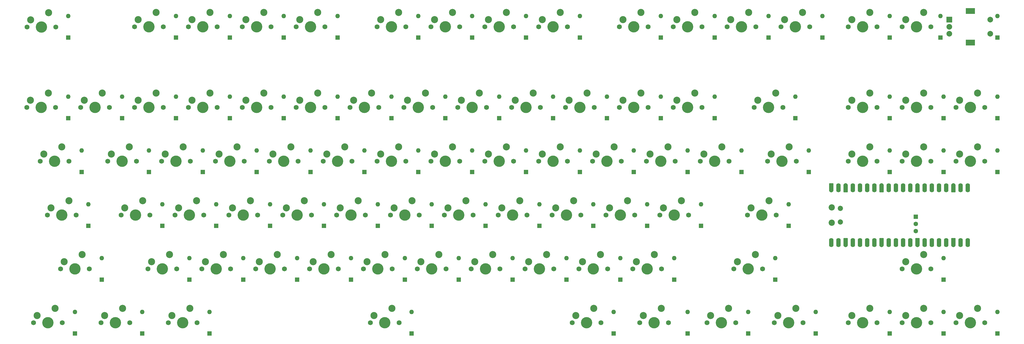
<source format=gbr>
%TF.GenerationSoftware,KiCad,Pcbnew,9.0.6*%
%TF.CreationDate,2025-12-11T01:20:01-06:00*%
%TF.ProjectId,KeyboardPCB,4b657962-6f61-4726-9450-43422e6b6963,rev?*%
%TF.SameCoordinates,Original*%
%TF.FileFunction,Soldermask,Bot*%
%TF.FilePolarity,Negative*%
%FSLAX46Y46*%
G04 Gerber Fmt 4.6, Leading zero omitted, Abs format (unit mm)*
G04 Created by KiCad (PCBNEW 9.0.6) date 2025-12-11 01:20:01*
%MOMM*%
%LPD*%
G01*
G04 APERTURE LIST*
G04 Aperture macros list*
%AMRoundRect*
0 Rectangle with rounded corners*
0 $1 Rounding radius*
0 $2 $3 $4 $5 $6 $7 $8 $9 X,Y pos of 4 corners*
0 Add a 4 corners polygon primitive as box body*
4,1,4,$2,$3,$4,$5,$6,$7,$8,$9,$2,$3,0*
0 Add four circle primitives for the rounded corners*
1,1,$1+$1,$2,$3*
1,1,$1+$1,$4,$5*
1,1,$1+$1,$6,$7*
1,1,$1+$1,$8,$9*
0 Add four rect primitives between the rounded corners*
20,1,$1+$1,$2,$3,$4,$5,0*
20,1,$1+$1,$4,$5,$6,$7,0*
20,1,$1+$1,$6,$7,$8,$9,0*
20,1,$1+$1,$8,$9,$2,$3,0*%
%AMFreePoly0*
4,1,37,0.800000,0.796148,0.878414,0.796148,1.032228,0.765552,1.177117,0.705537,1.307515,0.618408,1.418408,0.507515,1.505537,0.377117,1.565552,0.232228,1.596148,0.078414,1.596148,-0.078414,1.565552,-0.232228,1.505537,-0.377117,1.418408,-0.507515,1.307515,-0.618408,1.177117,-0.705537,1.032228,-0.765552,0.878414,-0.796148,0.800000,-0.796148,0.800000,-0.800000,-1.400000,-0.800000,
-1.403843,-0.796157,-1.439018,-0.796157,-1.511114,-0.766294,-1.566294,-0.711114,-1.596157,-0.639018,-1.596157,-0.603843,-1.600000,-0.600000,-1.600000,0.600000,-1.596157,0.603843,-1.596157,0.639018,-1.566294,0.711114,-1.511114,0.766294,-1.439018,0.796157,-1.403843,0.796157,-1.400000,0.800000,0.800000,0.800000,0.800000,0.796148,0.800000,0.796148,$1*%
%AMFreePoly1*
4,1,37,1.403843,0.796157,1.439018,0.796157,1.511114,0.766294,1.566294,0.711114,1.596157,0.639018,1.596157,0.603843,1.600000,0.600000,1.600000,-0.600000,1.596157,-0.603843,1.596157,-0.639018,1.566294,-0.711114,1.511114,-0.766294,1.439018,-0.796157,1.403843,-0.796157,1.400000,-0.800000,-0.800000,-0.800000,-0.800000,-0.796148,-0.878414,-0.796148,-1.032228,-0.765552,-1.177117,-0.705537,
-1.307515,-0.618408,-1.418408,-0.507515,-1.505537,-0.377117,-1.565552,-0.232228,-1.596148,-0.078414,-1.596148,0.078414,-1.565552,0.232228,-1.505537,0.377117,-1.418408,0.507515,-1.307515,0.618408,-1.177117,0.705537,-1.032228,0.765552,-0.878414,0.796148,-0.800000,0.796148,-0.800000,0.800000,1.400000,0.800000,1.403843,0.796157,1.403843,0.796157,$1*%
G04 Aperture macros list end*
%ADD10C,1.750000*%
%ADD11C,4.000000*%
%ADD12C,2.500000*%
%ADD13R,2.000000X2.000000*%
%ADD14C,2.000000*%
%ADD15R,3.200000X2.000000*%
%ADD16R,1.600000X1.600000*%
%ADD17O,1.600000X1.600000*%
%ADD18C,2.200000*%
%ADD19C,1.850000*%
%ADD20FreePoly0,270.000000*%
%ADD21RoundRect,0.800000X-0.000010X0.800000X-0.000010X-0.800000X0.000010X-0.800000X0.000010X0.800000X0*%
%ADD22FreePoly1,270.000000*%
%ADD23RoundRect,0.200000X-0.600000X0.600000X-0.600000X-0.600000X0.600000X-0.600000X0.600000X0.600000X0*%
%ADD24C,1.600000*%
G04 APERTURE END LIST*
D10*
%TO.C,S19*%
X67945000Y-63500000D03*
D11*
X73025000Y-63500000D03*
D10*
X78105000Y-63500000D03*
D12*
X69215000Y-60960000D03*
X75565000Y-58420000D03*
%TD*%
D10*
%TO.C,S26*%
X201295000Y-63500000D03*
D11*
X206375000Y-63500000D03*
D10*
X211455000Y-63500000D03*
D12*
X202565000Y-60960000D03*
X208915000Y-58420000D03*
%TD*%
D10*
%TO.C,S50*%
X358457500Y-82550000D03*
D11*
X363537500Y-82550000D03*
D10*
X368617500Y-82550000D03*
D12*
X359727500Y-80010000D03*
X366077500Y-77470000D03*
%TD*%
D10*
%TO.C,S18*%
X48895000Y-63500000D03*
D11*
X53975000Y-63500000D03*
D10*
X59055000Y-63500000D03*
D12*
X50165000Y-60960000D03*
X56515000Y-58420000D03*
%TD*%
D10*
%TO.C,S20*%
X86995000Y-63500000D03*
D11*
X92075000Y-63500000D03*
D10*
X97155000Y-63500000D03*
D12*
X88265000Y-60960000D03*
X94615000Y-58420000D03*
%TD*%
D10*
%TO.C,S31*%
X320357500Y-63500000D03*
D11*
X325437500Y-63500000D03*
D10*
X330517500Y-63500000D03*
D12*
X321627500Y-60960000D03*
X327977500Y-58420000D03*
%TD*%
D10*
%TO.C,S12*%
X277495000Y-34925000D03*
D11*
X282575000Y-34925000D03*
D10*
X287655000Y-34925000D03*
D12*
X278765000Y-32385000D03*
X285115000Y-29845000D03*
%TD*%
D10*
%TO.C,S11*%
X258445000Y-34925000D03*
D11*
X263525000Y-34925000D03*
D10*
X268605000Y-34925000D03*
D12*
X259715000Y-32385000D03*
X266065000Y-29845000D03*
%TD*%
D10*
%TO.C,S34*%
X34607500Y-82550000D03*
D11*
X39687500Y-82550000D03*
D10*
X44767500Y-82550000D03*
D12*
X35877500Y-80010000D03*
X42227500Y-77470000D03*
%TD*%
D10*
%TO.C,S65*%
X72707500Y-120650000D03*
D11*
X77787500Y-120650000D03*
D10*
X82867500Y-120650000D03*
D12*
X73977500Y-118110000D03*
X80327500Y-115570000D03*
%TD*%
D10*
%TO.C,S84*%
X294163750Y-139700000D03*
D11*
X299243750Y-139700000D03*
D10*
X304323750Y-139700000D03*
D12*
X295433750Y-137160000D03*
X301783750Y-134620000D03*
%TD*%
D10*
%TO.C,S38*%
X115570000Y-82550000D03*
D11*
X120650000Y-82550000D03*
D10*
X125730000Y-82550000D03*
D12*
X116840000Y-80010000D03*
X123190000Y-77470000D03*
%TD*%
D10*
%TO.C,S56*%
X139382500Y-101600000D03*
D11*
X144462500Y-101600000D03*
D10*
X149542500Y-101600000D03*
D12*
X140652500Y-99060000D03*
X147002500Y-96520000D03*
%TD*%
D10*
%TO.C,S3*%
X86995000Y-34925000D03*
D11*
X92075000Y-34925000D03*
D10*
X97155000Y-34925000D03*
D12*
X88265000Y-32385000D03*
X94615000Y-29845000D03*
%TD*%
D10*
%TO.C,S5*%
X125095000Y-34925000D03*
D11*
X130175000Y-34925000D03*
D10*
X135255000Y-34925000D03*
D12*
X126365000Y-32385000D03*
X132715000Y-29845000D03*
%TD*%
D10*
%TO.C,S75*%
X279876250Y-120650000D03*
D11*
X284956250Y-120650000D03*
D10*
X290036250Y-120650000D03*
D12*
X281146250Y-118110000D03*
X287496250Y-115570000D03*
%TD*%
D10*
%TO.C,S43*%
X210820000Y-82550000D03*
D11*
X215900000Y-82550000D03*
D10*
X220980000Y-82550000D03*
D12*
X212090000Y-80010000D03*
X218440000Y-77470000D03*
%TD*%
D10*
%TO.C,S69*%
X148907500Y-120650000D03*
D11*
X153987500Y-120650000D03*
D10*
X159067500Y-120650000D03*
D12*
X150177500Y-118110000D03*
X156527500Y-115570000D03*
%TD*%
D10*
%TO.C,S40*%
X153670000Y-82550000D03*
D11*
X158750000Y-82550000D03*
D10*
X163830000Y-82550000D03*
D12*
X154940000Y-80010000D03*
X161290000Y-77470000D03*
%TD*%
D10*
%TO.C,S87*%
X358457500Y-139700000D03*
D11*
X363537500Y-139700000D03*
D10*
X368617500Y-139700000D03*
D12*
X359727500Y-137160000D03*
X366077500Y-134620000D03*
%TD*%
D10*
%TO.C,S60*%
X215582500Y-101600000D03*
D11*
X220662500Y-101600000D03*
D10*
X225742500Y-101600000D03*
D12*
X216852500Y-99060000D03*
X223202500Y-96520000D03*
%TD*%
D10*
%TO.C,S67*%
X110807500Y-120650000D03*
D11*
X115887500Y-120650000D03*
D10*
X120967500Y-120650000D03*
D12*
X112077500Y-118110000D03*
X118427500Y-115570000D03*
%TD*%
D10*
%TO.C,S41*%
X172720000Y-82550000D03*
D11*
X177800000Y-82550000D03*
D10*
X182880000Y-82550000D03*
D12*
X173990000Y-80010000D03*
X180340000Y-77470000D03*
%TD*%
D10*
%TO.C,S59*%
X196532500Y-101600000D03*
D11*
X201612500Y-101600000D03*
D10*
X206692500Y-101600000D03*
D12*
X197802500Y-99060000D03*
X204152500Y-96520000D03*
%TD*%
D10*
%TO.C,S35*%
X58420000Y-82550000D03*
D11*
X63500000Y-82550000D03*
D10*
X68580000Y-82550000D03*
D12*
X59690000Y-80010000D03*
X66040000Y-77470000D03*
%TD*%
D10*
%TO.C,S22*%
X125095000Y-63500000D03*
D11*
X130175000Y-63500000D03*
D10*
X135255000Y-63500000D03*
D12*
X126365000Y-60960000D03*
X132715000Y-58420000D03*
%TD*%
D10*
%TO.C,S64*%
X41751250Y-120650000D03*
D11*
X46831250Y-120650000D03*
D10*
X51911250Y-120650000D03*
D12*
X43021250Y-118110000D03*
X49371250Y-115570000D03*
%TD*%
D10*
%TO.C,S1*%
X29955000Y-34990000D03*
D11*
X35035000Y-34990000D03*
D10*
X40115000Y-34990000D03*
D12*
X31225000Y-32450000D03*
X37575000Y-29910000D03*
%TD*%
D10*
%TO.C,S8*%
X191770000Y-34925000D03*
D11*
X196850000Y-34925000D03*
D10*
X201930000Y-34925000D03*
D12*
X193040000Y-32385000D03*
X199390000Y-29845000D03*
%TD*%
D10*
%TO.C,S73*%
X225107500Y-120650000D03*
D11*
X230187500Y-120650000D03*
D10*
X235267500Y-120650000D03*
D12*
X226377500Y-118110000D03*
X232727500Y-115570000D03*
%TD*%
D10*
%TO.C,S63*%
X284638750Y-101600000D03*
D11*
X289718750Y-101600000D03*
D10*
X294798750Y-101600000D03*
D12*
X285908750Y-99060000D03*
X292258750Y-96520000D03*
%TD*%
D10*
%TO.C,S32*%
X339407500Y-63500000D03*
D11*
X344487500Y-63500000D03*
D10*
X349567500Y-63500000D03*
D12*
X340677500Y-60960000D03*
X347027500Y-58420000D03*
%TD*%
D10*
%TO.C,S78*%
X56038750Y-139700000D03*
D11*
X61118750Y-139700000D03*
D10*
X66198750Y-139700000D03*
D12*
X57308750Y-137160000D03*
X63658750Y-134620000D03*
%TD*%
D10*
%TO.C,S27*%
X220345000Y-63500000D03*
D11*
X225425000Y-63500000D03*
D10*
X230505000Y-63500000D03*
D12*
X221615000Y-60960000D03*
X227965000Y-58420000D03*
%TD*%
D10*
%TO.C,S76*%
X339407500Y-120650000D03*
D11*
X344487500Y-120650000D03*
D10*
X349567500Y-120650000D03*
D12*
X340677500Y-118110000D03*
X347027500Y-115570000D03*
%TD*%
D10*
%TO.C,S72*%
X206057500Y-120650000D03*
D11*
X211137500Y-120650000D03*
D10*
X216217500Y-120650000D03*
D12*
X207327500Y-118110000D03*
X213677500Y-115570000D03*
%TD*%
D10*
%TO.C,S23*%
X144145000Y-63500000D03*
D11*
X149225000Y-63500000D03*
D10*
X154305000Y-63500000D03*
D12*
X145415000Y-60960000D03*
X151765000Y-58420000D03*
%TD*%
D10*
%TO.C,S52*%
X63182500Y-101600000D03*
D11*
X68262500Y-101600000D03*
D10*
X73342500Y-101600000D03*
D12*
X64452500Y-99060000D03*
X70802500Y-96520000D03*
%TD*%
D10*
%TO.C,S37*%
X96520000Y-82550000D03*
D11*
X101600000Y-82550000D03*
D10*
X106680000Y-82550000D03*
D12*
X97790000Y-80010000D03*
X104140000Y-77470000D03*
%TD*%
D10*
%TO.C,S4*%
X106045000Y-34925000D03*
D11*
X111125000Y-34925000D03*
D10*
X116205000Y-34925000D03*
D12*
X107315000Y-32385000D03*
X113665000Y-29845000D03*
%TD*%
D10*
%TO.C,S62*%
X253682500Y-101600000D03*
D11*
X258762500Y-101600000D03*
D10*
X263842500Y-101600000D03*
D12*
X254952500Y-99060000D03*
X261302500Y-96520000D03*
%TD*%
D10*
%TO.C,S81*%
X222726250Y-139700000D03*
D11*
X227806250Y-139700000D03*
D10*
X232886250Y-139700000D03*
D12*
X223996250Y-137160000D03*
X230346250Y-134620000D03*
%TD*%
D10*
%TO.C,S13*%
X296545000Y-34925000D03*
D11*
X301625000Y-34925000D03*
D10*
X306705000Y-34925000D03*
D12*
X297815000Y-32385000D03*
X304165000Y-29845000D03*
%TD*%
D10*
%TO.C,S85*%
X320357500Y-139700000D03*
D11*
X325437500Y-139700000D03*
D10*
X330517500Y-139700000D03*
D12*
X321627500Y-137160000D03*
X327977500Y-134620000D03*
%TD*%
D10*
%TO.C,S70*%
X167957500Y-120650000D03*
D11*
X173037500Y-120650000D03*
D10*
X178117500Y-120650000D03*
D12*
X169227500Y-118110000D03*
X175577500Y-115570000D03*
%TD*%
D10*
%TO.C,S74*%
X244157500Y-120650000D03*
D11*
X249237500Y-120650000D03*
D10*
X254317500Y-120650000D03*
D12*
X245427500Y-118110000D03*
X251777500Y-115570000D03*
%TD*%
D10*
%TO.C,S82*%
X246538750Y-139700000D03*
D11*
X251618750Y-139700000D03*
D10*
X256698750Y-139700000D03*
D12*
X247808750Y-137160000D03*
X254158750Y-134620000D03*
%TD*%
D10*
%TO.C,S17*%
X29845000Y-63500000D03*
D11*
X34925000Y-63500000D03*
D10*
X40005000Y-63500000D03*
D12*
X31115000Y-60960000D03*
X37465000Y-58420000D03*
%TD*%
D10*
%TO.C,S58*%
X177482500Y-101600000D03*
D11*
X182562500Y-101600000D03*
D10*
X187642500Y-101600000D03*
D12*
X178752500Y-99060000D03*
X185102500Y-96520000D03*
%TD*%
D10*
%TO.C,S7*%
X172720000Y-34925000D03*
D11*
X177800000Y-34925000D03*
D10*
X182880000Y-34925000D03*
D12*
X173990000Y-32385000D03*
X180340000Y-29845000D03*
%TD*%
D10*
%TO.C,S71*%
X187007500Y-120650000D03*
D11*
X192087500Y-120650000D03*
D10*
X197167500Y-120650000D03*
D12*
X188277500Y-118110000D03*
X194627500Y-115570000D03*
%TD*%
D10*
%TO.C,S42*%
X191770000Y-82550000D03*
D11*
X196850000Y-82550000D03*
D10*
X201930000Y-82550000D03*
D12*
X193040000Y-80010000D03*
X199390000Y-77470000D03*
%TD*%
D10*
%TO.C,S80*%
X151288750Y-139700000D03*
D11*
X156368750Y-139700000D03*
D10*
X161448750Y-139700000D03*
D12*
X152558750Y-137160000D03*
X158908750Y-134620000D03*
%TD*%
D10*
%TO.C,S14*%
X320357500Y-34925000D03*
D11*
X325437500Y-34925000D03*
D10*
X330517500Y-34925000D03*
D12*
X321627500Y-32385000D03*
X327977500Y-29845000D03*
%TD*%
D10*
%TO.C,S28*%
X239395000Y-63500000D03*
D11*
X244475000Y-63500000D03*
D10*
X249555000Y-63500000D03*
D12*
X240665000Y-60960000D03*
X247015000Y-58420000D03*
%TD*%
D10*
%TO.C,S57*%
X158432500Y-101600000D03*
D11*
X163512500Y-101600000D03*
D10*
X168592500Y-101600000D03*
D12*
X159702500Y-99060000D03*
X166052500Y-96520000D03*
%TD*%
D10*
%TO.C,S79*%
X79851250Y-139700000D03*
D11*
X84931250Y-139700000D03*
D10*
X90011250Y-139700000D03*
D12*
X81121250Y-137160000D03*
X87471250Y-134620000D03*
%TD*%
D10*
%TO.C,S49*%
X339407500Y-82550000D03*
D11*
X344487500Y-82550000D03*
D10*
X349567500Y-82550000D03*
D12*
X340677500Y-80010000D03*
X347027500Y-77470000D03*
%TD*%
D10*
%TO.C,S54*%
X101282500Y-101600000D03*
D11*
X106362500Y-101600000D03*
D10*
X111442500Y-101600000D03*
D12*
X102552500Y-99060000D03*
X108902500Y-96520000D03*
%TD*%
D10*
%TO.C,S44*%
X229870000Y-82550000D03*
D11*
X234950000Y-82550000D03*
D10*
X240030000Y-82550000D03*
D12*
X231140000Y-80010000D03*
X237490000Y-77470000D03*
%TD*%
D10*
%TO.C,S6*%
X153670000Y-34925000D03*
D11*
X158750000Y-34925000D03*
D10*
X163830000Y-34925000D03*
D12*
X154940000Y-32385000D03*
X161290000Y-29845000D03*
%TD*%
D10*
%TO.C,S33*%
X358457500Y-63500000D03*
D11*
X363537500Y-63500000D03*
D10*
X368617500Y-63500000D03*
D12*
X359727500Y-60960000D03*
X366077500Y-58420000D03*
%TD*%
D10*
%TO.C,S77*%
X32226250Y-139700000D03*
D11*
X37306250Y-139700000D03*
D10*
X42386250Y-139700000D03*
D12*
X33496250Y-137160000D03*
X39846250Y-134620000D03*
%TD*%
D10*
%TO.C,S30*%
X287020000Y-63500000D03*
D11*
X292100000Y-63500000D03*
D10*
X297180000Y-63500000D03*
D12*
X288290000Y-60960000D03*
X294640000Y-58420000D03*
%TD*%
D10*
%TO.C,S66*%
X91757500Y-120650000D03*
D11*
X96837500Y-120650000D03*
D10*
X101917500Y-120650000D03*
D12*
X93027500Y-118110000D03*
X99377500Y-115570000D03*
%TD*%
D10*
%TO.C,S55*%
X120332500Y-101600000D03*
D11*
X125412500Y-101600000D03*
D10*
X130492500Y-101600000D03*
D12*
X121602500Y-99060000D03*
X127952500Y-96520000D03*
%TD*%
D10*
%TO.C,S86*%
X339407500Y-139700000D03*
D11*
X344487500Y-139700000D03*
D10*
X349567500Y-139700000D03*
D12*
X340677500Y-137160000D03*
X347027500Y-134620000D03*
%TD*%
D10*
%TO.C,S24*%
X163195000Y-63500000D03*
D11*
X168275000Y-63500000D03*
D10*
X173355000Y-63500000D03*
D12*
X164465000Y-60960000D03*
X170815000Y-58420000D03*
%TD*%
D10*
%TO.C,S25*%
X182245000Y-63500000D03*
D11*
X187325000Y-63500000D03*
D10*
X192405000Y-63500000D03*
D12*
X183515000Y-60960000D03*
X189865000Y-58420000D03*
%TD*%
D10*
%TO.C,S21*%
X106045000Y-63500000D03*
D11*
X111125000Y-63500000D03*
D10*
X116205000Y-63500000D03*
D12*
X107315000Y-60960000D03*
X113665000Y-58420000D03*
%TD*%
D10*
%TO.C,S2*%
X67945000Y-34925000D03*
D11*
X73025000Y-34925000D03*
D10*
X78105000Y-34925000D03*
D12*
X69215000Y-32385000D03*
X75565000Y-29845000D03*
%TD*%
D10*
%TO.C,S10*%
X239395000Y-34925000D03*
D11*
X244475000Y-34925000D03*
D10*
X249555000Y-34925000D03*
D12*
X240665000Y-32385000D03*
X247015000Y-29845000D03*
%TD*%
D10*
%TO.C,S46*%
X267970000Y-82550000D03*
D11*
X273050000Y-82550000D03*
D10*
X278130000Y-82550000D03*
D12*
X269240000Y-80010000D03*
X275590000Y-77470000D03*
%TD*%
D10*
%TO.C,S51*%
X37120000Y-101600000D03*
D11*
X42200000Y-101600000D03*
D10*
X47280000Y-101600000D03*
D12*
X38390000Y-99060000D03*
X44740000Y-96520000D03*
%TD*%
D10*
%TO.C,S83*%
X270351250Y-139700000D03*
D11*
X275431250Y-139700000D03*
D10*
X280511250Y-139700000D03*
D12*
X271621250Y-137160000D03*
X277971250Y-134620000D03*
%TD*%
D10*
%TO.C,S48*%
X320357500Y-82550000D03*
D11*
X325437500Y-82550000D03*
D10*
X330517500Y-82550000D03*
D12*
X321627500Y-80010000D03*
X327977500Y-77470000D03*
%TD*%
D10*
%TO.C,S45*%
X248920000Y-82550000D03*
D11*
X254000000Y-82550000D03*
D10*
X259080000Y-82550000D03*
D12*
X250190000Y-80010000D03*
X256540000Y-77470000D03*
%TD*%
D10*
%TO.C,S53*%
X82232500Y-101600000D03*
D11*
X87312500Y-101600000D03*
D10*
X92392500Y-101600000D03*
D12*
X83502500Y-99060000D03*
X89852500Y-96520000D03*
%TD*%
D10*
%TO.C,S36*%
X77470000Y-82550000D03*
D11*
X82550000Y-82550000D03*
D10*
X87630000Y-82550000D03*
D12*
X78740000Y-80010000D03*
X85090000Y-77470000D03*
%TD*%
D10*
%TO.C,S9*%
X210820000Y-34925000D03*
D11*
X215900000Y-34925000D03*
D10*
X220980000Y-34925000D03*
D12*
X212090000Y-32385000D03*
X218440000Y-29845000D03*
%TD*%
D10*
%TO.C,S15*%
X339407500Y-34925000D03*
D11*
X344487500Y-34925000D03*
D10*
X349567500Y-34925000D03*
D12*
X340677500Y-32385000D03*
X347027500Y-29845000D03*
%TD*%
D10*
%TO.C,S68*%
X129857500Y-120650000D03*
D11*
X134937500Y-120650000D03*
D10*
X140017500Y-120650000D03*
D12*
X131127500Y-118110000D03*
X137477500Y-115570000D03*
%TD*%
D10*
%TO.C,S39*%
X134620000Y-82550000D03*
D11*
X139700000Y-82550000D03*
D10*
X144780000Y-82550000D03*
D12*
X135890000Y-80010000D03*
X142240000Y-77470000D03*
%TD*%
D13*
%TO.C,SW0*%
X356037500Y-32425000D03*
D14*
X356037500Y-37425000D03*
X356037500Y-34925000D03*
D15*
X363537500Y-29325000D03*
X363537500Y-40525000D03*
D14*
X370537500Y-37425000D03*
X370537500Y-32425000D03*
%TD*%
D10*
%TO.C,S29*%
X258445000Y-63500000D03*
D11*
X263525000Y-63500000D03*
D10*
X268605000Y-63500000D03*
D12*
X259715000Y-60960000D03*
X266065000Y-58420000D03*
%TD*%
D10*
%TO.C,S47*%
X291782500Y-82550000D03*
D11*
X296862500Y-82550000D03*
D10*
X301942500Y-82550000D03*
D12*
X293052500Y-80010000D03*
X299402500Y-77470000D03*
%TD*%
D10*
%TO.C,S61*%
X234632500Y-101600000D03*
D11*
X239712500Y-101600000D03*
D10*
X244792500Y-101600000D03*
D12*
X235902500Y-99060000D03*
X242252500Y-96520000D03*
%TD*%
D16*
%TO.C,D37*%
X111125000Y-86360000D03*
D17*
X111125000Y-78740000D03*
%TD*%
D16*
%TO.C,D11*%
X273050000Y-38735000D03*
D17*
X273050000Y-31115000D03*
%TD*%
D16*
%TO.C,D19*%
X82550000Y-67310000D03*
D17*
X82550000Y-59690000D03*
%TD*%
D16*
%TO.C,D25*%
X196850000Y-67310000D03*
D17*
X196850000Y-59690000D03*
%TD*%
D16*
%TO.C,D26*%
X215900000Y-67310000D03*
D17*
X215900000Y-59690000D03*
%TD*%
D16*
%TO.C,D2*%
X82550000Y-38735000D03*
D17*
X82550000Y-31115000D03*
%TD*%
D16*
%TO.C,D33*%
X373062500Y-67310000D03*
D17*
X373062500Y-59690000D03*
%TD*%
D16*
%TO.C,D71*%
X201612500Y-124460000D03*
D17*
X201612500Y-116840000D03*
%TD*%
D16*
%TO.C,D22*%
X139700000Y-67310000D03*
D17*
X139700000Y-59690000D03*
%TD*%
D16*
%TO.C,D42*%
X206375000Y-86360000D03*
D17*
X206375000Y-78740000D03*
%TD*%
D16*
%TO.C,D38*%
X130175000Y-86360000D03*
D17*
X130175000Y-78740000D03*
%TD*%
D16*
%TO.C,D54*%
X115887500Y-105410000D03*
D17*
X115887500Y-97790000D03*
%TD*%
D16*
%TO.C,D4*%
X120650000Y-38735000D03*
D17*
X120650000Y-31115000D03*
%TD*%
D16*
%TO.C,D61*%
X249237500Y-105410000D03*
D17*
X249237500Y-97790000D03*
%TD*%
D16*
%TO.C,D85*%
X334962500Y-143510000D03*
D17*
X334962500Y-135890000D03*
%TD*%
D16*
%TO.C,D36*%
X92075000Y-86360000D03*
D17*
X92075000Y-78740000D03*
%TD*%
D16*
%TO.C,D87*%
X373062500Y-143510000D03*
D17*
X373062500Y-135890000D03*
%TD*%
D16*
%TO.C,D3*%
X101600000Y-38735000D03*
D17*
X101600000Y-31115000D03*
%TD*%
D16*
%TO.C,D14*%
X334962500Y-38735000D03*
D17*
X334962500Y-31115000D03*
%TD*%
D16*
%TO.C,D55*%
X134937500Y-105410000D03*
D17*
X134937500Y-97790000D03*
%TD*%
D16*
%TO.C,D62*%
X268287500Y-105410000D03*
D17*
X268287500Y-97790000D03*
%TD*%
D16*
%TO.C,D27*%
X234950000Y-67310000D03*
D17*
X234950000Y-59690000D03*
%TD*%
D16*
%TO.C,D30*%
X301625000Y-67310000D03*
D17*
X301625000Y-59690000D03*
%TD*%
D16*
%TO.C,D31*%
X334962500Y-67310000D03*
D17*
X334962500Y-59690000D03*
%TD*%
D16*
%TO.C,D77*%
X46831250Y-143510000D03*
D17*
X46831250Y-135890000D03*
%TD*%
D16*
%TO.C,D66*%
X106362500Y-124460000D03*
D17*
X106362500Y-116840000D03*
%TD*%
D16*
%TO.C,D12*%
X292100000Y-38735000D03*
D17*
X292100000Y-31115000D03*
%TD*%
D18*
%TO.C,A0*%
X314455000Y-98875000D03*
D19*
X317485000Y-99175000D03*
X317485000Y-104025000D03*
D18*
X314455000Y-104325000D03*
D20*
X314325000Y-91910000D03*
D21*
X316865000Y-91910000D03*
D22*
X319405000Y-91910000D03*
D21*
X321945000Y-91910000D03*
X324485000Y-91910000D03*
X327025000Y-91910000D03*
X329565000Y-91910000D03*
D22*
X332105000Y-91910000D03*
D21*
X334645000Y-91910000D03*
X337185000Y-91910000D03*
X339725000Y-91910000D03*
X342265000Y-91910000D03*
D22*
X344805000Y-91910000D03*
D21*
X347345000Y-91910000D03*
X349885000Y-91910000D03*
X352425000Y-91910000D03*
X354965000Y-91910000D03*
D22*
X357505000Y-91910000D03*
D21*
X360045000Y-91910000D03*
X362585000Y-91910000D03*
X362585000Y-111290000D03*
X360045000Y-111290000D03*
D20*
X357505000Y-111290000D03*
D21*
X354965000Y-111290000D03*
X352425000Y-111290000D03*
X349885000Y-111290000D03*
X347345000Y-111290000D03*
D20*
X344805000Y-111290000D03*
D21*
X342265000Y-111290000D03*
X339725000Y-111290000D03*
X337185000Y-111290000D03*
X334645000Y-111290000D03*
D20*
X332105000Y-111290000D03*
D21*
X329565000Y-111290000D03*
X327025000Y-111290000D03*
X324485000Y-111290000D03*
X321945000Y-111290000D03*
D20*
X319405000Y-111290000D03*
D21*
X316865000Y-111290000D03*
X314325000Y-111290000D03*
D23*
X344155000Y-102184100D03*
D24*
X344155000Y-104724100D03*
X344155000Y-107264100D03*
%TD*%
D16*
%TO.C,D73*%
X239712500Y-124460000D03*
D17*
X239712500Y-116840000D03*
%TD*%
D16*
%TO.C,D75*%
X294481250Y-124460000D03*
D17*
X294481250Y-116840000D03*
%TD*%
D16*
%TO.C,D29*%
X273050000Y-67310000D03*
D17*
X273050000Y-59690000D03*
%TD*%
D16*
%TO.C,D82*%
X263525000Y-143510000D03*
D17*
X263525000Y-135890000D03*
%TD*%
D16*
%TO.C,D6*%
X168275000Y-38735000D03*
D17*
X168275000Y-31115000D03*
%TD*%
D16*
%TO.C,D10*%
X254000000Y-38735000D03*
D17*
X254000000Y-31115000D03*
%TD*%
D16*
%TO.C,D41*%
X187325000Y-86360000D03*
D17*
X187325000Y-78740000D03*
%TD*%
D16*
%TO.C,D60*%
X230187500Y-105410000D03*
D17*
X230187500Y-97790000D03*
%TD*%
D16*
%TO.C,D81*%
X237331250Y-143510000D03*
D17*
X237331250Y-135890000D03*
%TD*%
D16*
%TO.C,D28*%
X254000000Y-67310000D03*
D17*
X254000000Y-59690000D03*
%TD*%
D16*
%TO.C,D46*%
X282575000Y-86360000D03*
D17*
X282575000Y-78740000D03*
%TD*%
D16*
%TO.C,D8*%
X206375000Y-38735000D03*
D17*
X206375000Y-31115000D03*
%TD*%
D16*
%TO.C,D65*%
X87312500Y-124460000D03*
D17*
X87312500Y-116840000D03*
%TD*%
D16*
%TO.C,D53*%
X96837500Y-105410000D03*
D17*
X96837500Y-97790000D03*
%TD*%
D16*
%TO.C,D78*%
X70643750Y-143510000D03*
D17*
X70643750Y-135890000D03*
%TD*%
D16*
%TO.C,D13*%
X311150000Y-38735000D03*
D17*
X311150000Y-31115000D03*
%TD*%
D16*
%TO.C,D69*%
X163512500Y-124460000D03*
D17*
X163512500Y-116840000D03*
%TD*%
D16*
%TO.C,D52*%
X77787500Y-105410000D03*
D17*
X77787500Y-97790000D03*
%TD*%
D16*
%TO.C,D45*%
X263525000Y-86360000D03*
D17*
X263525000Y-78740000D03*
%TD*%
D16*
%TO.C,D50*%
X373062500Y-86360000D03*
D17*
X373062500Y-78740000D03*
%TD*%
D16*
%TO.C,D80*%
X165893750Y-143510000D03*
D17*
X165893750Y-135890000D03*
%TD*%
D16*
%TO.C,D35*%
X73025000Y-86360000D03*
D17*
X73025000Y-78740000D03*
%TD*%
D16*
%TO.C,D23*%
X158750000Y-67310000D03*
D17*
X158750000Y-59690000D03*
%TD*%
D16*
%TO.C,D9*%
X225425000Y-38735000D03*
D17*
X225425000Y-31115000D03*
%TD*%
D16*
%TO.C,D76*%
X354012500Y-124460000D03*
D17*
X354012500Y-116840000D03*
%TD*%
D16*
%TO.C,D72*%
X220662500Y-124460000D03*
D17*
X220662500Y-116840000D03*
%TD*%
D16*
%TO.C,D57*%
X173037500Y-105410000D03*
D17*
X173037500Y-97790000D03*
%TD*%
D16*
%TO.C,D1*%
X44450000Y-38735000D03*
D17*
X44450000Y-31115000D03*
%TD*%
D16*
%TO.C,D20*%
X101600000Y-67310000D03*
D17*
X101600000Y-59690000D03*
%TD*%
D16*
%TO.C,D21*%
X120650000Y-67310000D03*
D17*
X120650000Y-59690000D03*
%TD*%
D16*
%TO.C,D32*%
X354012500Y-67310000D03*
D17*
X354012500Y-59690000D03*
%TD*%
D16*
%TO.C,D58*%
X192087500Y-105410000D03*
D17*
X192087500Y-97790000D03*
%TD*%
D16*
%TO.C,D43*%
X225425000Y-86360000D03*
D17*
X225425000Y-78740000D03*
%TD*%
D16*
%TO.C,D47*%
X306387500Y-86360000D03*
D17*
X306387500Y-78740000D03*
%TD*%
D16*
%TO.C,D18*%
X63500000Y-67310000D03*
D17*
X63500000Y-59690000D03*
%TD*%
D16*
%TO.C,D64*%
X56356250Y-124460000D03*
D17*
X56356250Y-116840000D03*
%TD*%
D16*
%TO.C,D49*%
X354012500Y-86360000D03*
D17*
X354012500Y-78740000D03*
%TD*%
D16*
%TO.C,D16*%
X373062500Y-38735000D03*
D17*
X373062500Y-31115000D03*
%TD*%
D16*
%TO.C,D51*%
X51593750Y-105410000D03*
D17*
X51593750Y-97790000D03*
%TD*%
D16*
%TO.C,D15*%
X352900000Y-38735000D03*
D17*
X352900000Y-31115000D03*
%TD*%
D16*
%TO.C,D39*%
X149225000Y-86360000D03*
D17*
X149225000Y-78740000D03*
%TD*%
D16*
%TO.C,D59*%
X211137500Y-105410000D03*
D17*
X211137500Y-97790000D03*
%TD*%
D16*
%TO.C,D67*%
X125412500Y-124460000D03*
D17*
X125412500Y-116840000D03*
%TD*%
D16*
%TO.C,D34*%
X49212500Y-86360000D03*
D17*
X49212500Y-78740000D03*
%TD*%
D16*
%TO.C,D63*%
X299243750Y-105410000D03*
D17*
X299243750Y-97790000D03*
%TD*%
D16*
%TO.C,D24*%
X177800000Y-67310000D03*
D17*
X177800000Y-59690000D03*
%TD*%
D16*
%TO.C,D68*%
X144462500Y-124460000D03*
D17*
X144462500Y-116840000D03*
%TD*%
D16*
%TO.C,D84*%
X308768750Y-143510000D03*
D17*
X308768750Y-135890000D03*
%TD*%
D16*
%TO.C,D5*%
X139700000Y-38735000D03*
D17*
X139700000Y-31115000D03*
%TD*%
D16*
%TO.C,D44*%
X244475000Y-86360000D03*
D17*
X244475000Y-78740000D03*
%TD*%
D16*
%TO.C,D56*%
X153987500Y-105410000D03*
D17*
X153987500Y-97790000D03*
%TD*%
D16*
%TO.C,D74*%
X258762500Y-124460000D03*
D17*
X258762500Y-116840000D03*
%TD*%
D16*
%TO.C,D86*%
X354012500Y-143510000D03*
D17*
X354012500Y-135890000D03*
%TD*%
D16*
%TO.C,D79*%
X94456250Y-143510000D03*
D17*
X94456250Y-135890000D03*
%TD*%
D16*
%TO.C,D70*%
X182562500Y-124460000D03*
D17*
X182562500Y-116840000D03*
%TD*%
D16*
%TO.C,D48*%
X334962500Y-86360000D03*
D17*
X334962500Y-78740000D03*
%TD*%
D16*
%TO.C,D17*%
X44450000Y-67310000D03*
D17*
X44450000Y-59690000D03*
%TD*%
D16*
%TO.C,D7*%
X187325000Y-38735000D03*
D17*
X187325000Y-31115000D03*
%TD*%
D16*
%TO.C,D40*%
X168275000Y-86360000D03*
D17*
X168275000Y-78740000D03*
%TD*%
D16*
%TO.C,D83*%
X284956250Y-143510000D03*
D17*
X284956250Y-135890000D03*
%TD*%
M02*

</source>
